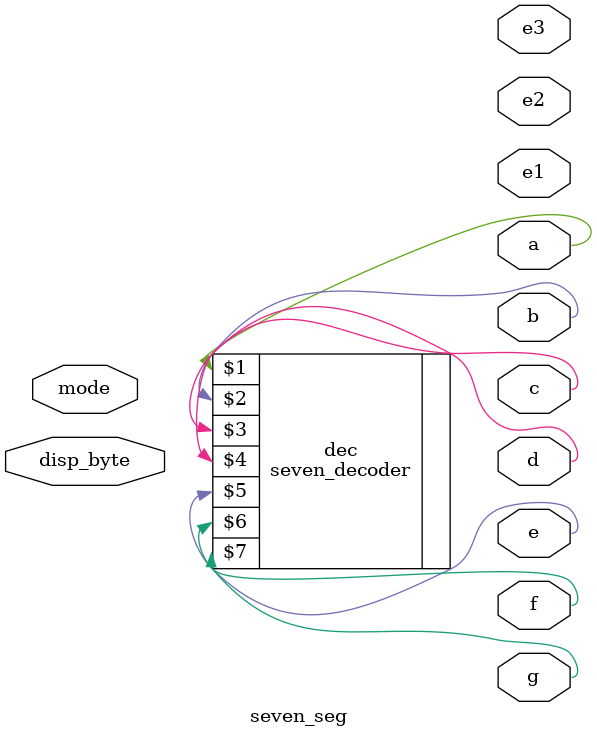
<source format=v>
`timescale 1ns / 1ps


module seven_seg(
		input [7:0] disp_byte, // AA BB CC DD
		input [1:0] mode, //       03 02 01 00
		output a, b, c, d, e, f, g,
		output e1, e2, e3
    ); //Display: <Mode> <byte>
	reg [4:0] r1, r2, r3;
	
	seven_decoder dec(a,b,c,d,e,f,g);

endmodule


</source>
